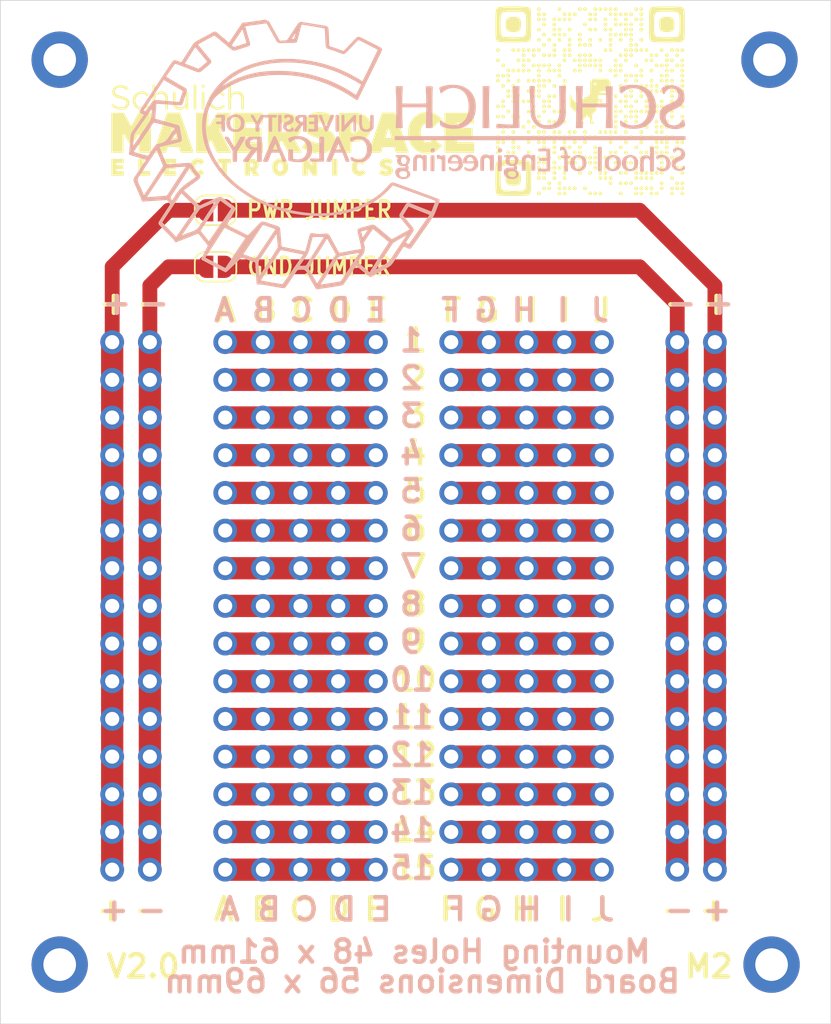
<source format=kicad_pcb>
(kicad_pcb (version 20240108) (generator "pcbnew") (generator_version "8.0")
  (layers (0 "F.Cu" signal) (31 "B.Cu" signal) (34 "B.Paste" user) (35 "F.Paste" user) (36 "B.SilkS" user "B.Silkscreen") (37 "F.SilkS" user "F.Silkscreen") (38 "B.Mask" user) (39 "F.Mask" user) (44 "Edge.Cuts" user))
  (net 0 "")
  (footprint "SparkFun-Connector:1x01" (layer "F.Cu") (at 142.24 83.82)
    (property "Reference" "Ref**60" (hide yes))
    (property "Value" "Val**" (hide yes))
  )
  (footprint "SparkFun-Connector:1x01" (layer "F.Cu") (at 139.7 78.74)
    (property "Reference" "Ref**49" (hide yes))
    (property "Value" "Val**" (hide yes))
  )
  (footprint "SparkFun-Connector:1x01" (layer "F.Cu") (at 160.02 66.04)
    (property "Reference" "Ref**26" (hide yes))
    (property "Value" "Val**" (hide yes))
  )
  (footprint "SparkFun-Connector:1x01" (layer "F.Cu") (at 144.78 78.74)
    (property "Reference" "Ref**51" (hide yes))
    (property "Value" "Val**" (hide yes))
  )
  (footprint "SparkFun-Connector:1x01" (layer "F.Cu") (at 129.54 86.36)
    (property "Reference" "Ref**20" (hide yes))
    (property "Value" "Val**" (hide yes))
  )
  (footprint "SparkFun-Connector:1x01" (layer "F.Cu") (at 162.56 91.44)
    (property "Reference" "Ref**77" (hide yes))
    (property "Value" "Val**" (hide yes))
  )
  (footprint "SparkFun-Connector:1x01" (layer "F.Cu") (at 144.78 86.36)
    (property "Reference" "Ref**66" (hide yes))
    (property "Value" "Val**" (hide yes))
  )
  (footprint "SparkFun-Connector:1x01" (layer "F.Cu") (at 142.24 73.66)
    (property "Reference" "Ref**40" (hide yes))
    (property "Value" "Val**" (hide yes))
  )
  (footprint "SparkFun-Connector:1x01" (layer "F.Cu") (at 147.32 101.6)
    (property "Reference" "Ref**97" (hide yes))
    (property "Value" "Val**" (hide yes))
  )
  (footprint "SparkFun-Connector:1x01" (layer "F.Cu") (at 170.18 91.44)
    (property "Reference" "Ref**19" (hide yes))
    (property "Value" "Val**" (hide yes))
  )
  (footprint "SparkFun-Connector:1x01" (layer "F.Cu") (at 160.02 76.2)
    (property "Reference" "Ref**46" (hide yes))
    (property "Value" "Val**" (hide yes))
  )
  (footprint "SparkFun-Connector:1x01" (layer "F.Cu") (at 167.64 101.6)
    (property "Reference" "Ref**22" (hide yes))
    (property "Value" "Val**" (hide yes))
  )
  (footprint "SparkFun-Connector:1x01" (layer "F.Cu") (at 137.16 78.74)
    (property "Reference" "Ref**48" (hide yes))
    (property "Value" "Val**" (hide yes))
  )
  (footprint "SparkFun-Connector:1x01" (layer "F.Cu") (at 154.94 68.58)
    (property "Reference" "Ref**29" (hide yes))
    (property "Value" "Val**" (hide yes))
  )
  (footprint "SparkFun-Connector:1x01" (layer "F.Cu") (at 170.18 73.66)
    (property "Reference" "Ref**11" (hide yes))
    (property "Value" "Val**" (hide yes))
  )
  (footprint "SparkFun-Connector:1x01" (layer "F.Cu") (at 144.78 68.58)
    (property "Reference" "Ref**31" (hide yes))
    (property "Value" "Val**" (hide yes))
  )
  (footprint "SparkFun-Connector:1x01" (layer "F.Cu") (at 144.78 73.66)
    (property "Reference" "Ref**41" (hide yes))
    (property "Value" "Val**" (hide yes))
  )
  (footprint "Makerspace_Decals:QR_Code_Silk_Screen_13mm" (layer "F.Cu") (at 161.8 49.8)
    (property "Reference" "G***" (hide yes))
    (property "Value" "LOGO" (hide yes))
  )
  (footprint "SparkFun-Connector:1x01" (layer "F.Cu") (at 162.56 71.12)
    (property "Reference" "Ref**37" (hide yes))
    (property "Value" "Val**" (hide yes))
  )
  (footprint "SparkFun-Connector:1x01" (layer "F.Cu") (at 137.16 76.2)
    (property "Reference" "Ref**43" (hide yes))
    (property "Value" "Val**" (hide yes))
  )
  (footprint "SparkFun-Connector:1x01" (layer "F.Cu") (at 162.56 86.36)
    (property "Reference" "Ref**67" (hide yes))
    (property "Value" "Val**" (hide yes))
  )
  (footprint "SparkFun-Connector:1x01" (layer "F.Cu") (at 139.7 99.06)
    (property "Reference" "Ref**89" (hide yes))
    (property "Value" "Val**" (hide yes))
  )
  (footprint "SparkFun-Connector:1x01" (layer "F.Cu") (at 147.32 73.66)
    (property "Reference" "Ref**42" (hide yes))
    (property "Value" "Val**" (hide yes))
  )
  (footprint "SparkFun-Connector:1x01" (layer "F.Cu") (at 157.48 88.9)
    (property "Reference" "Ref**70" (hide yes))
    (property "Value" "Val**" (hide yes))
  )
  (footprint "SparkFun-Connector:1x01" (layer "F.Cu") (at 144.78 76.2)
    (property "Reference" "Ref**46" (hide yes))
    (property "Value" "Val**" (hide yes))
  )
  (footprint "SparkFun-Connector:1x01" (layer "F.Cu") (at 139.7 96.52)
    (property "Reference" "Ref**84" (hide yes))
    (property "Value" "Val**" (hide yes))
  )
  (footprint "SparkFun-Connector:1x01" (layer "F.Cu") (at 162.56 83.82)
    (property "Reference" "Ref**62" (hide yes))
    (property "Value" "Val**" (hide yes))
  )
  (footprint "SparkFun-Connector:1x01" (layer "F.Cu") (at 152.4 83.82)
    (property "Reference" "Ref**58" (hide yes))
    (property "Value" "Val**" (hide yes))
  )
  (footprint "SparkFun-Connector:1x01" (layer "F.Cu") (at 142.24 91.44)
    (property "Reference" "Ref**75" (hide yes))
    (property "Value" "Val**" (hide yes))
  )
  (footprint "SparkFun-Connector:1x01" (layer "F.Cu") (at 170.18 76.2)
    (property "Reference" "Ref**13" (hide yes))
    (property "Value" "Val**" (hide yes))
  )
  (footprint "SparkFun-Connector:1x01" (layer "F.Cu") (at 152.4 81.28)
    (property "Reference" "Ref**53" (hide yes))
    (property "Value" "Val**" (hide yes))
  )
  (footprint "SparkFun-Connector:1x01" (layer "F.Cu") (at 142.24 96.52)
    (property "Reference" "Ref**85" (hide yes))
    (property "Value" "Val**" (hide yes))
  )
  (footprint "SparkFun-Connector:1x01" (layer "F.Cu") (at 160.02 99.06)
    (property "Reference" "Ref**91" (hide yes))
    (property "Value" "Val**" (hide yes))
  )
  (footprint "SparkFun-Connector:1x01" (layer "F.Cu") (at 152.4 91.44)
    (property "Reference" "Ref**73" (hide yes))
    (property "Value" "Val**" (hide yes))
  )
  (footprint "SparkFun-Connector:1x01" (layer "F.Cu") (at 132.08 66.04)
    (property "Reference" "Ref**5" (hide yes))
    (property "Value" "Val**" (hide yes))
  )
  (footprint "SparkFun-Connector:1x01" (layer "F.Cu") (at 147.32 96.52)
    (property "Reference" "Ref**87" (hide yes))
    (property "Value" "Val**" (hide yes))
  )
  (footprint "SparkFun-Connector:1x01" (layer "F.Cu") (at 154.94 73.66)
    (property "Reference" "Ref**39" (hide yes))
    (property "Value" "Val**" (hide yes))
  )
  (footprint "MountingHole:MountingHole_2.2mm_M2_DIN965_Pad_TopBottom" (layer "F.Cu") (at 173.86 47)
    (property "Reference" "REF**" (hide yes))
    (property "Value" "MountingHole_2.2mm_M2_DIN965_Pad_TopBottom" (hide yes))
  )
  (footprint "SparkFun-Connector:1x01" (layer "F.Cu") (at 132.08 78.74)
    (property "Reference" "Ref**15" (hide yes))
    (property "Value" "Val**" (hide yes))
  )
  (footprint "SparkFun-Connector:1x01" (layer "F.Cu") (at 132.08 81.28)
    (property "Reference" "Ref**17" (hide yes))
    (property "Value" "Val**" (hide yes))
  )
  (footprint "SparkFun-Connector:1x01" (layer "F.Cu") (at 142.24 101.6)
    (property "Reference" "Ref**95" (hide yes))
    (property "Value" "Val**" (hide yes))
  )
  (footprint "SparkFun-Connector:1x01" (layer "F.Cu") (at 154.94 81.28)
    (property "Reference" "Ref**54" (hide yes))
    (property "Value" "Val**" (hide yes))
  )
  (footprint "SparkFun-Connector:1x01" (layer "F.Cu") (at 167.64 99.06)
    (property "Reference" "Ref**20" (hide yes))
    (property "Value" "Val**" (hide yes))
  )
  (footprint "SparkFun-Connector:1x01" (layer "F.Cu") (at 142.24 81.28)
    (property "Reference" "Ref**55" (hide yes))
    (property "Value" "Val**" (hide yes))
  )
  (footprint "SparkFun-Connector:1x01" (layer "F.Cu") (at 139.7 93.98)
    (property "Reference" "Ref**79" (hide yes))
    (property "Value" "Val**" (hide yes))
  )
  (footprint "SparkFun-Connector:1x01" (layer "F.Cu") (at 167.64 93.98)
    (property "Reference" "Ref**20" (hide yes))
    (property "Value" "Val**" (hide yes))
  )
  (footprint "SparkFun-Connector:1x01" (layer "F.Cu") (at 157.48 78.74)
    (property "Reference" "Ref**50" (hide yes))
    (property "Value" "Val**" (hide yes))
  )
  (footprint "SparkFun-Connector:1x01" (layer "F.Cu") (at 152.4 99.06)
    (property "Reference" "Ref**88" (hide yes))
    (property "Value" "Val**" (hide yes))
  )
  (footprint "SparkFun-Connector:1x01" (layer "F.Cu") (at 154.94 93.98)
    (property "Reference" "Ref**79" (hide yes))
    (property "Value" "Val**" (hide yes))
  )
  (footprint "SparkFun-Connector:1x01" (layer "F.Cu") (at 132.08 91.44)
    (property "Reference" "Ref**19" (hide yes))
    (property "Value" "Val**" (hide yes))
  )
  (footprint "SparkFun-Connector:1x01" (layer "F.Cu") (at 162.56 88.9)
    (property "Reference" "Ref**72" (hide yes))
    (property "Value" "Val**" (hide yes))
  )
  (footprint "SparkFun-Connector:1x01" (layer "F.Cu") (at 157.48 81.28)
    (property "Reference" "Ref**55" (hide yes))
    (property "Value" "Val**" (hide yes))
  )
  (footprint "SparkFun-Connector:1x01" (layer "F.Cu") (at 139.7 81.28)
    (property "Reference" "Ref**54" (hide yes))
    (property "Value" "Val**" (hide yes))
  )
  (footprint "SparkFun-Connector:1x01" (layer "F.Cu") (at 129.54 81.28)
    (property "Reference" "Ref**16" (hide yes))
    (property "Value" "Val**" (hide yes))
  )
  (footprint "SparkFun-Connector:1x01" (layer "F.Cu") (at 167.64 91.44)
    (property "Reference" "Ref**18" (hide yes))
    (property "Value" "Val**" (hide yes))
  )
  (footprint "SparkFun-Connector:1x01" (layer "F.Cu") (at 167.64 76.2)
    (property "Reference" "Ref**12" (hide yes))
    (property "Value" "Val**" (hide yes))
  )
  (footprint "SparkFun-Connector:1x01" (layer "F.Cu") (at 132.08 83.82)
    (property "Reference" "Ref**19" (hide yes))
    (property "Value" "Val**" (hide yes))
  )
  (footprint "SparkFun-Connector:1x01" (layer "F.Cu") (at 167.64 86.36)
    (property "Reference" "Ref**20" (hide yes))
    (property "Value" "Val**" (hide yes))
  )
  (footprint "SparkFun-Connector:1x01" (layer "F.Cu") (at 139.7 76.2)
    (property "Reference" "Ref**44" (hide yes))
    (property "Value" "Val**" (hide yes))
  )
  (footprint "SparkFun-Connector:1x01" (layer "F.Cu") (at 129.54 76.2)
    (property "Reference" "Ref**12" (hide yes))
    (property "Value" "Val**" (hide yes))
  )
  (footprint "SparkFun-Connector:1x01" (layer "F.Cu") (at 144.78 93.98)
    (property "Reference" "Ref**81" (hide yes))
    (property "Value" "Val**" (hide yes))
  )
  (footprint "SparkFun-Connector:1x01" (layer "F.Cu") (at 147.32 93.98)
    (property "Reference" "Ref**82" (hide yes))
    (property "Value" "Val**" (hide yes))
  )
  (footprint "SparkFun-Connector:1x01" (layer "F.Cu") (at 147.32 66.04)
    (property "Reference" "Ref**27" (hide yes))
    (property "Value" "Val**" (hide yes))
  )
  (footprint "MountingHole:MountingHole_2.2mm_M2_DIN965_Pad_TopBottom" (layer "F.Cu") (at 126 47)
    (property "Reference" "REF**" (hide yes))
    (property "Value" "MountingHole_2.2mm_M2_DIN965_Pad_TopBottom" (hide yes))
  )
  (footprint "SparkFun-Connector:1x01" (layer "F.Cu") (at 129.54 88.9)
    (property "Reference" "Ref**22" (hide yes))
    (property "Value" "Val**" (hide yes))
  )
  (footprint "SparkFun-Connector:1x01" (layer "F.Cu") (at 157.48 93.98)
    (property "Reference" "Ref**80" (hide yes))
    (property "Value" "Val**" (hide yes))
  )
  (footprint "SparkFun-Connector:1x01" (layer "F.Cu") (at 147.32 76.2)
    (property "Reference" "Ref**47" (hide yes))
    (property "Value" "Val**" (hide yes))
  )
  (footprint "Jumper:SolderJumper-2_P1.3mm_Open_RoundedPad1.0x1.5mm" (layer "F.Cu") (at 136.51 60.96)
    (property "Reference" "GND JUMPER")
    (property "Value" "SolderJumper-2_P1.3mm_Open_RoundedPad1.0x1.5mm" (hide yes))
  )
  (footprint "SparkFun-Connector:1x01" (layer "F.Cu") (at 152.4 76.2)
    (property "Reference" "Ref**43" (hide yes))
    (property "Value" "Val**" (hide yes))
  )
  (footprint "SparkFun-Connector:1x01" (layer "F.Cu") (at 154.94 96.52)
    (property "Reference" "Ref**84" (hide yes))
    (property "Value" "Val**" (hide yes))
  )
  (footprint "SparkFun-Connector:1x01" (layer "F.Cu") (at 154.94 86.36)
    (property "Reference" "Ref**64" (hide yes))
    (property "Value" "Val**" (hide yes))
  )
  (footprint "SparkFun-Connector:1x01" (layer "F.Cu") (at 147.32 86.36)
    (property "Reference" "Ref**67" (hide yes))
    (property "Value" "Val**" (hide yes))
  )
  (footprint "SparkFun-Connector:1x01" (layer "F.Cu") (at 144.78 66.04)
    (property "Reference" "Ref**26" (hide yes))
    (property "Value" "Val**" (hide yes))
  )
  (footprint "SparkFun-Connector:1x01" (layer "F.Cu") (at 129.54 96.52)
    (property "Reference" "Ref**22" (hide yes))
    (property "Value" "Val**" (hide yes))
  )
  (footprint "SparkFun-Connector:1x01" (layer "F.Cu") (at 139.7 101.6)
    (property "Reference" "Ref**94" (hide yes))
    (property "Value" "Val**" (hide yes))
  )
  (footprint "SparkFun-Connector:1x01" (layer "F.Cu") (at 167.64 66.04)
    (property "Reference" "Ref**4" (hide yes))
    (property "Value" "Val**" (hide yes))
  )
  (footprint "SparkFun-Connector:1x01" (layer "F.Cu") (at 144.78 81.28)
    (property "Reference" "Ref**56" (hide yes))
    (property "Value" "Val**" (hide yes))
  )
  (footprint "SparkFun-Connector:1x01" (layer "F.Cu") (at 167.64 96.52)
    (property "Reference" "Ref**22" (hide yes))
    (property "Value" "Val**" (hide yes))
  )
  (footprint "SparkFun-Connector:1x01" (layer "F.Cu") (at 137.16 73.66)
    (property "Reference" "Ref**38" (hide yes))
    (property "Value" "Val**" (hide yes))
  )
  (footprint "SparkFun-Connector:1x01" (layer "F.Cu") (at 129.54 93.98)
    (property "Reference" "Ref**20" (hide yes))
    (property "Value" "Val**" (hide yes))
  )
  (footprint "SparkFun-Connector:1x01" (layer "F.Cu") (at 132.08 99.06)
    (property "Reference" "Ref**21" (hide yes))
    (property "Value" "Val**" (hide yes))
  )
  (footprint "SparkFun-Connector:1x01" (layer "F.Cu") (at 144.78 91.44)
    (property "Reference" "Ref**76" (hide yes))
    (property "Value" "Val**" (hide yes))
  )
  (footprint "SparkFun-Connector:1x01" (layer "F.Cu") (at 132.08 68.58)
    (property "Reference" "Ref**7" (hide yes))
    (property "Value" "Val**" (hide yes))
  )
  (footprint "SparkFun-Connector:1x01" (layer "F.Cu") (at 154.94 101.6)
    (property "Reference" "Ref**94" (hide yes))
    (property "Value" "Val**" (hide yes))
  )
  (footprint "SparkFun-Connector:1x01" (layer "F.Cu") (at 144.78 83.82)
    (property "Reference" "Ref**61" (hide yes))
    (property "Value" "Val**" (hide yes))
  )
  (footprint "SparkFun-Connector:1x01" (layer "F.Cu") (at 170.18 101.6)
    (property "Reference" "Ref**23" (hide yes))
    (property "Value" "Val**" (hide yes))
  )
  (footprint "SparkFun-Connector:1x01" (layer "F.Cu") (at 170.18 83.82)
    (property "Reference" "Ref**19" (hide yes))
    (property "Value" "Val**" (hide yes))
  )
  (footprint "SparkFun-Connector:1x01" (layer "F.Cu") (at 157.48 96.52)
    (property "Reference" "Ref**85" (hide yes))
    (property "Value" "Val**" (hide yes))
  )
  (footprint "Makerspace_Decals:Makerspace_Logo_25_x_7mm" (layer "F.Cu") (at 141.86 51.84)
    (property "Reference" "G***" (hide yes))
    (property "Value" "LOGO" (hide yes))
  )
  (footprint "SparkFun-Connector:1x01" (layer "F.Cu") (at 132.08 93.98)
    (property "Reference" "Ref**21" (hide yes))
    (property "Value" "Val**" (hide yes))
  )
  (footprint "SparkFun-Connector:1x01" (layer "F.Cu") (at 129.54 91.44)
    (property "Reference" "Ref**18" (hide yes))
    (property "Value" "Val**" (hide yes))
  )
  (footprint "MountingHole:MountingHole_2.2mm_M2_DIN965_Pad_TopBottom" (layer "F.Cu") (at 174 108)
    (property "Reference" "REF**" (hide yes))
    (property "Value" "MountingHole_2.2mm_M2_DIN965_Pad_TopBottom" (hide yes))
  )
  (footprint "SparkFun-Connector:1x01" (layer "F.Cu") (at 154.94 88.9)
    (property "Reference" "Ref**69" (hide yes))
    (property "Value" "Val**" (hide yes))
  )
  (footprint "SparkFun-Connector:1x01" (layer "F.Cu") (at 170.18 93.98)
    (property "Reference" "Ref**21" (hide yes))
    (property "Value" "Val**" (hide yes))
  )
  (footprint "SparkFun-Connector:1x01" (layer "F.Cu") (at 137.16 99.06)
    (property "Reference" "Ref**88" (hide yes))
    (property "Value" "Val**" (hide yes))
  )
  (footprint "SparkFun-Connector:1x01" (layer "F.Cu") (at 170.18 96.52)
    (property "Reference" "Ref**23" (hide yes))
    (property "Value" "Val**" (hide yes))
  )
  (footprint "SparkFun-Connector:1x01" (layer "F.Cu") (at 162.56 93.98)
    (property "Reference" "Ref**82" (hide yes))
    (property "Value" "Val**" (hide yes))
  )
  (footprint "SparkFun-Connector:1x01" (layer "F.Cu") (at 167.64 78.74)
    (property "Reference" "Ref**14" (hide yes))
    (property "Value" "Val**" (hide yes))
  )
  (footprint "SparkFun-Connector:1x01" (layer "F.Cu") (at 129.54 73.66)
    (property "Reference" "Ref**10" (hide yes))
    (property "Value" "Val**" (hide yes))
  )
  (footprint "SparkFun-Connector:1x01" (layer "F.Cu") (at 162.56 96.52)
    (property "Reference" "Ref**87" (hide yes))
    (property "Value" "Val**" (hide yes))
  )
  (footprint "SparkFun-Connector:1x01" (layer "F.Cu") (at 157.48 91.44)
    (property "Reference" "Ref**75" (hide yes))
    (property "Value" "Val**" (hide yes))
  )
  (footprint "SparkFun-Connector:1x01" (layer "F.Cu") (at 139.7 66.04)
    (property "Reference" "Ref**24" (hide yes))
    (property "Value" "Val**" (hide yes))
  )
  (footprint "SparkFun-Connector:1x01" (layer "F.Cu") (at 157.48 101.6)
    (property "Reference" "Ref**95" (hide yes))
    (property "Value" "Val**" (hide yes))
  )
  (footprint "SparkFun-Connector:1x01" (layer "F.Cu") (at 162.56 73.66)
    (property "Reference" "Ref**42" (hide yes))
    (property "Value" "Val**" (hide yes))
  )
  (footprint "SparkFun-Connector:1x01" (layer "F.Cu") (at 170.18 86.36)
    (property "Reference" "Ref**21" (hide yes))
    (property "Value" "Val**" (hide yes))
  )
  (footprint "SparkFun-Connector:1x01" (layer "F.Cu") (at 167.64 68.58)
    (property "Reference" "Ref**6" (hide yes))
    (property "Value" "Val**" (hide yes))
  )
  (footprint "SparkFun-Connector:1x01" (layer "F.Cu") (at 147.32 91.44)
    (property "Reference" "Ref**77" (hide yes))
    (property "Value" "Val**" (hide yes))
  )
  (footprint "SparkFun-Connector:1x01" (layer "F.Cu") (at 142.24 78.74)
    (property "Reference" "Ref**50" (hide yes))
    (property "Value" "Val**" (hide yes))
  )
  (footprint "SparkFun-Connector:1x01" (layer "F.Cu") (at 162.56 99.06)
    (property "Reference" "Ref**92" (hide yes))
    (property "Value" "Val**" (hide yes))
  )
  (footprint "SparkFun-Connector:1x01" (layer "F.Cu") (at 144.78 99.06)
    (property "Reference" "Ref**91" (hide yes))
    (property "Value" "Val**" (hide yes))
  )
  (footprint "SparkFun-Connector:1x01" (layer "F.Cu") (at 162.56 81.28)
    (property "Reference" "Ref**57" (hide yes))
    (property "Value" "Val**" (hide yes))
  )
  (footprint "SparkFun-Connector:1x01" (layer "F.Cu") (at 167.64 71.12)
    (property "Reference" "Ref**8" (hide yes))
    (property "Value" "Val**" (hide yes))
  )
  (footprint "SparkFun-Connector:1x01" (layer "F.Cu") (at 137.16 71.12)
    (property "Reference" "Ref**33" (hide yes))
    (property "Value" "Val**" (hide yes))
  )
  (footprint "SparkFun-Connector:1x01" (layer "F.Cu") (at 152.4 88.9)
    (property "Reference" "Ref**68" (hide yes))
    (property "Value" "Val**" (hide yes))
  )
  (footprint "SparkFun-Connector:1x01" (layer "F.Cu") (at 170.18 99.06)
    (property "Reference" "Ref**21" (hide yes))
    (property "Value" "Val**" (hide yes))
  )
  (footprint "SparkFun-Connector:1x01" (layer "F.Cu") (at 147.32 71.12)
    (property "Reference" "Ref**37" (hide yes))
    (property "Value" "Val**" (hide yes))
  )
  (footprint "SparkFun-Connector:1x01" (layer "F.Cu") (at 152.4 68.58)
    (property "Reference" "Ref**28" (hide yes))
    (property "Value" "Val**" (hide yes))
  )
  (footprint "SparkFun-Connector:1x01" (layer "F.Cu") (at 152.4 78.74)
    (property "Reference" "Ref**48" (hide yes))
    (property "Value" "Val**" (hide yes))
  )
  (footprint "SparkFun-Connector:1x01" (layer "F.Cu") (at 142.24 68.58)
    (property "Reference" "Ref**30" (hide yes))
    (property "Value" "Val**" (hide yes))
  )
  (footprint "SparkFun-Connector:1x01" (layer "F.Cu") (at 139.7 88.9)
    (property "Reference" "Ref**69" (hide yes))
    (property "Value" "Val**" (hide yes))
  )
  (footprint "SparkFun-Connector:1x01" (layer "F.Cu") (at 157.48 83.82)
    (property "Reference" "Ref**60" (hide yes))
    (property "Value" "Val**" (hide yes))
  )
  (footprint "SparkFun-Connector:1x01" (layer "F.Cu") (at 137.16 93.98)
    (property "Reference" "Ref**78" (hide yes))
    (property "Value" "Val**" (hide yes))
  )
  (footprint "SparkFun-Connector:1x01" (layer "F.Cu") (at 157.48 73.66)
    (property "Reference" "Ref**40" (hide yes))
    (property "Value" "Val**" (hide yes))
  )
  (footprint "SparkFun-Connector:1x01" (layer "F.Cu") (at 137.16 96.52)
    (property "Reference" "Ref**83" (hide yes))
    (property "Value" "Val**" (hide yes))
  )
  (footprint "SparkFun-Connector:1x01" (layer "F.Cu") (at 132.08 76.2)
    (property "Reference" "Ref**13" (hide yes))
    (property "Value" "Val**" (hide yes))
  )
  (footprint "SparkFun-Connector:1x01" (layer "F.Cu") (at 137.16 81.28)
    (property "Reference" "Ref**53" (hide yes))
    (property "Value" "Val**" (hide yes))
  )
  (footprint "SparkFun-Connector:1x01" (layer "F.Cu") (at 142.24 93.98)
    (property "Reference" "Ref**80" (hide yes))
    (property "Value" "Val**" (hide yes))
  )
  (footprint "SparkFun-Connector:1x01" (layer "F.Cu") (at 160.02 96.52)
    (property "Reference" "Ref**86" (hide yes))
    (property "Value" "Val**" (hide yes))
  )
  (footprint "SparkFun-Connector:1x01" (layer "F.Cu") (at 160.02 68.58)
    (property "Reference" "Ref**31" (hide yes))
    (property "Value" "Val**" (hide yes))
  )
  (footprint "SparkFun-Connector:1x01" (layer "F.Cu") (at 154.94 78.74)
    (property "Reference" "Ref**49" (hide yes))
    (property "Value" "Val**" (hide yes))
  )
  (footprint "SparkFun-Connector:1x01" (layer "F.Cu") (at 147.32 99.06)
    (property "Reference" "Ref**92" (hide yes))
    (property "Value" "Val**" (hide yes))
  )
  (footprint "SparkFun-Connector:1x01" (layer "F.Cu") (at 157.48 86.36)
    (property "Reference" "Ref**65" (hide yes))
    (property "Value" "Val**" (hide yes))
  )
  (footprint "SparkFun-Connector:1x01" (layer "F.Cu") (at 132.08 71.12)
    (property "Reference" "Ref**9" (hide yes))
    (property "Value" "Val**" (hide yes))
  )
  (footprint "SparkFun-Connector:1x01" (layer "F.Cu") (at 160.02 73.66)
    (property "Reference" "Ref**41" (hide yes))
    (property "Value" "Val**" (hide yes))
  )
  (footprint "SparkFun-Connector:1x01" (layer "F.Cu") (at 154.94 66.04)
    (property "Reference" "Ref**24" (hide yes))
    (property "Value" "Val**" (hide yes))
  )
  (footprint "SparkFun-Connector:1x01" (layer "F.Cu") (at 162.56 76.2)
    (property "Reference" "Ref**47" (hide yes))
    (property "Value" "Val**" (hide yes))
  )
  (footprint "SparkFun-Connector:1x01" (layer "F.Cu") (at 162.56 68.58)
    (property "Reference" "Ref**32" (hide yes))
    (property "Value" "Val**" (hide yes))
  )
  (footprint "SparkFun-Connector:1x01" (layer "F.Cu") (at 154.94 91.44)
    (property "Reference" "Ref**74" (hide yes))
    (property "Value" "Val**" (hide yes))
  )
  (footprint "SparkFun-Connector:1x01" (layer "F.Cu") (at 170.18 68.58)
    (property "Reference" "Ref**7" (hide yes))
    (property "Value" "Val**" (hide yes))
  )
  (footprint "SparkFun-Connector:1x01" (layer "F.Cu") (at 142.24 86.36)
    (property "Reference" "Ref**65" (hide yes))
    (property "Value" "Val**" (hide yes))
  )
  (footprint "SparkFun-Connector:1x01" (layer "F.Cu") (at 160.02 88.9)
    (property "Reference" "Ref**71" (hide yes))
    (property "Value" "Val**" (hide yes))
  )
  (footprint "SparkFun-Connector:1x01" (layer "F.Cu") (at 142.24 66.04)
    (property "Reference" "Ref**25" (hide yes))
    (property "Value" "Val**" (hide yes))
  )
  (footprint "SparkFun-Connector:1x01" (layer "F.Cu") (at 160.02 101.6)
    (property "Reference" "Ref**96" (hide yes))
    (property "Value" "Val**" (hide yes))
  )
  (footprint "SparkFun-Connector:1x01" (layer "F.Cu") (at 157.48 76.2)
    (property "Reference" "Ref**45" (hide yes))
    (property "Value" "Val**" (hide yes))
  )
  (footprint "SparkFun-Connector:1x01" (layer "F.Cu") (at 167.64 83.82)
    (property "Reference" "Ref**18" (hide yes))
    (property "Value" "Val**" (hide yes))
  )
  (footprint "SparkFun-Connector:1x01" (layer "F.Cu") (at 152.4 96.52)
    (property "Reference" "Ref**83" (hide yes))
    (property "Value" "Val**" (hide yes))
  )
  (footprint "SparkFun-Connector:1x01" (layer "F.Cu") (at 152.4 93.98)
    (property "Reference" "Ref**78" (hide yes))
    (property "Value" "Val**" (hide yes))
  )
  (footprint "SparkFun-Connector:1x01" (layer "F.Cu") (at 139.7 68.58)
    (property "Reference" "Ref**29" (hide yes))
    (property "Value" "Val**" (hide yes))
  )
  (footprint "SparkFun-Connector:1x01" (layer "F.Cu") (at 154.94 99.06)
    (property "Reference" "Ref**89" (hide yes))
    (property "Value" "Val**" (hide yes))
  )
  (footprint "SparkFun-Connector:1x01" (layer "F.Cu") (at 139.7 73.66)
    (property "Reference" "Ref**39" (hide yes))
    (property "Value" "Val**" (hide yes))
  )
  (footprint "SparkFun-Connector:1x01" (layer "F.Cu") (at 132.08 88.9)
    (property "Reference" "Ref**23" (hide yes))
    (property "Value" "Val**" (hide yes))
  )
  (footprint "SparkFun-Connector:1x01" (layer "F.Cu") (at 147.32 83.82)
    (property "Reference" "Ref**62" (hide yes))
    (property "Value" "Val**" (hide yes))
  )
  (footprint "SparkFun-Connector:1x01" (layer "F.Cu") (at 144.78 71.12)
    (property "Reference" "Ref**36" (hide yes))
    (property "Value" "Val**" (hide yes))
  )
  (footprint "SparkFun-Connector:1x01" (layer "F.Cu") (at 152.4 71.12)
    (property "Reference" "Ref**33" (hide yes))
    (property "Value" "Val**" (hide yes))
  )
  (footprint "SparkFun-Connector:1x01" (layer "F.Cu") (at 129.54 101.6)
    (property "Reference" "Ref**22" (hide yes))
    (property "Value" "Val**" (hide yes))
  )
  (footprint "SparkFun-Connector:1x01" (layer "F.Cu") (at 154.94 71.12)
    (property "Reference" "Ref**34" (hide yes))
    (property "Value" "Val**" (hide yes))
  )
  (footprint "SparkFun-Connector:1x01" (layer "F.Cu") (at 160.02 91.44)
    (property "Reference" "Ref**76" (hide yes))
    (property "Value" "Val**" (hide yes))
  )
  (footprint "SparkFun-Connector:1x01" (layer "F.Cu") (at 170.18 66.04)
    (property "Reference" "Ref**5" (hide yes))
    (property "Value" "Val**" (hide yes))
  )
  (footprint "SparkFun-Connector:1x01" (layer "F.Cu") (at 129.54 99.06)
    (property "Reference" "Ref**20" (hide yes))
    (property "Value" "Val**" (hide yes))
  )
  (footprint "SparkFun-Connector:1x01" (layer "F.Cu") (at 152.4 73.66)
    (property "Reference" "Ref**38" (hide yes))
    (property "Value" "Val**" (hide yes))
  )
  (footprint "SparkFun-Connector:1x01" (layer "F.Cu") (at 139.7 91.44)
    (property "Reference" "Ref**74" (hide yes))
    (property "Value" "Val**" (hide yes))
  )
  (footprint "SparkFun-Connector:1x01" (layer "F.Cu") (at 137.16 101.6)
    (property "Reference" "Ref**93" (hide yes))
    (property "Value" "Val**" (hide yes))
  )
  (footprint "SparkFun-Connector:1x01" (layer "F.Cu") (at 137.16 91.44)
    (property "Reference" "Ref**73" (hide yes))
    (property "Value" "Val**" (hide yes))
  )
  (footprint "SparkFun-Connector:1x01" (layer "F.Cu") (at 139.7 86.36)
    (property "Reference" "Ref**64" (hide yes))
    (property "Value" "Val**" (hide yes))
  )
  (footprint "SparkFun-Connector:1x01" (layer "F.Cu") (at 137.16 83.82)
    (property "Reference" "Ref**58" (hide yes))
    (property "Value" "Val**" (hide yes))
  )
  (footprint "SparkFun-Connector:1x01" (layer "F.Cu") (at 157.48 71.12)
    (property "Reference" "Ref**35" (hide yes))
    (property "Value" "Val**" (hide yes))
  )
  (footprint "SparkFun-Connector:1x01" (layer "F.Cu") (at 144.78 101.6)
    (property "Reference" "Ref**96" (hide yes))
    (property "Value" "Val**" (hide yes))
  )
  (footprint "SparkFun-Connector:1x01" (layer "F.Cu") (at 162.56 101.6)
    (property "Reference" "Ref**97" (hide yes))
    (property "Value" "Val**" (hide yes))
  )
  (footprint "SparkFun-Connector:1x01" (layer "F.Cu") (at 137.16 68.58)
    (property "Reference" "Ref**28" (hide yes))
    (property "Value" "Val**" (hide yes))
  )
  (footprint "SparkFun-Connector:1x01" (layer "F.Cu") (at 157.48 66.04)
    (property "Reference" "Ref**25" (hide yes))
    (property "Value" "Val**" (hide yes))
  )
  (footprint "SparkFun-Connector:1x01" (layer "F.Cu") (at 167.64 88.9)
    (property "Reference" "Ref**22" (hide yes))
    (property "Value" "Val**" (hide yes))
  )
  (footprint "SparkFun-Connector:1x01" (layer "F.Cu") (at 132.08 73.66)
    (property "Reference" "Ref**11" (hide yes))
    (property "Value" "Val**" (hide yes))
  )
  (footprint "SparkFun-Connector:1x01" (layer "F.Cu") (at 147.32 78.74)
    (property "Reference" "Ref**52" (hide yes))
    (property "Value" "Val**" (hide yes))
  )
  (footprint "SparkFun-Connector:1x01" (layer "F.Cu") (at 129.54 68.58)
    (property "Reference" "Ref**6" (hide yes))
    (property "Value" "Val**" (hide yes))
  )
  (footprint "SparkFun-Connector:1x01" (layer "F.Cu") (at 167.64 81.28)
    (property "Reference" "Ref**16" (hide yes))
    (property "Value" "Val**" (hide yes))
  )
  (footprint "SparkFun-Connector:1x01" (layer "F.Cu") (at 160.02 83.82)
    (property "Reference" "Ref**61" (hide yes))
    (property "Value" "Val**" (hide yes))
  )
  (footprint "SparkFun-Connector:1x01" (layer "F.Cu") (at 147.32 81.28)
    (property "Reference" "Ref**57" (hide yes))
    (property "Value" "Val**" (hide yes))
  )
  (footprint "SparkFun-Connector:1x01" (layer "F.Cu") (at 152.4 86.36)
    (property "Reference" "Ref**63" (hide yes))
    (property "Value" "Val**" (hide yes))
  )
  (footprint "MountingHole:MountingHole_2.2mm_M2_DIN965_Pad_TopBottom" (layer "F.Cu") (at 126 108)
    (property "Reference" "REF**" (hide yes))
    (property "Value" "MountingHole_2.2mm_M2_DIN965_Pad_TopBottom" (hide yes))
  )
  (footprint "SparkFun-Connector:1x01" (layer "F.Cu") (at 160.02 93.98)
    (property "Reference" "Ref**81" (hide yes))
    (property "Value" "Val**" (hide yes))
  )
  (footprint "SparkFun-Connector:1x01" (layer "F.Cu") (at 157.48 99.06)
    (property "Reference" "Ref**90" (hide yes))
    (property "Value" "Val**" (hide yes))
  )
  (footprint "SparkFun-Connector:1x01" (layer "F.Cu") (at 132.08 101.6)
    (property "Reference" "Ref**23" (hide yes))
    (property "Value" "Val**" (hide yes))
  )
  (footprint "SparkFun-Connector:1x01" (layer "F.Cu") (at 170.18 78.74)
    (property "Reference" "Ref**15" (hide yes))
    (property "Value" "Val**" (hide yes))
  )
  (footprint "SparkFun-Connector:1x01" (layer "F.Cu") (at 160.02 86.36)
    (property "Reference" "Ref**66" (hide yes))
    (property "Value" "Val**" (hide yes))
  )
  (footprint "Jumper:SolderJumper-2_P1.3mm_Open_RoundedPad1.0x1.5mm" (layer "F.Cu") (at 136.51 57.15)
    (property "Reference" "PWR JUMPER")
    (property "Value" "SolderJumper-2_P1.3mm_Open_RoundedPad1.0x1.5mm" (hide yes))
  )
  (footprint "SparkFun-Connector:1x01" (layer "F.Cu") (at 154.94 83.82)
    (property "Reference" "Ref**59" (hide yes))
    (property "Value" "Val**" (hide yes))
  )
  (footprint "SparkFun-Connector:1x01" (layer "F.Cu") (at 142.24 76.2)
    (property "Reference" "Ref**45" (hide yes))
    (property "Value" "Val**" (hide yes))
  )
  (footprint "SparkFun-Connector:1x01" (layer "F.Cu") (at 147.32 68.58)
    (property "Reference" "Ref**32" (hide yes))
    (property "Value" "Val**" (hide yes))
  )
  (footprint "SparkFun-Connector:1x01" (layer "F.Cu") (at 132.08 86.36)
    (property "Reference" "Ref**21" (hide yes))
    (property "Value" "Val**" (hide yes))
  )
  (footprint "SparkFun-Connector:1x01" (layer "F.Cu") (at 139.7 83.82)
    (property "Reference" "Ref**59" (hide yes))
    (property "Value" "Val**" (hide yes))
  )
  (footprint "SparkFun-Connector:1x01" (layer "F.Cu") (at 129.54 83.82)
    (property "Reference" "Ref**18" (hide yes))
    (property "Value" "Val**" (hide yes))
  )
  (footprint "SparkFun-Connector:1x01" (layer "F.Cu") (at 162.56 66.04)
    (property "Reference" "Ref**27" (hide yes))
    (property "Value" "Val**" (hide yes))
  )
  (footprint "SparkFun-Connector:1x01" (layer "F.Cu") (at 167.64 73.66)
    (property "Reference" "Ref**10" (hide yes))
    (property "Value" "Val**" (hide yes))
  )
  (footprint "SparkFun-Connector:1x01" (layer "F.Cu") (at 129.54 71.12)
    (property "Reference" "Ref**8" (hide yes))
    (property "Value" "Val**" (hide yes))
  )
  (footprint "SparkFun-Connector:1x01" (layer "F.Cu") (at 152.4 101.6)
    (property "Reference" "Ref**93" (hide yes))
    (property "Value" "Val**" (hide yes))
  )
  (footprint "SparkFun-Connector:1x01" (layer "F.Cu") (at 157.48 68.58)
    (property "Reference" "Ref**30" (hide yes))
    (property "Value" "Val**" (hide yes))
  )
  (footprint "SparkFun-Connector:1x01" (layer "F.Cu") (at 137.16 86.36)
    (property "Reference" "Ref**63" (hide yes))
    (property "Value" "Val**" (hide yes))
  )
  (footprint "SparkFun-Connector:1x01" (layer "F.Cu") (at 170.18 88.9)
    (property "Reference" "Ref**23" (hide yes))
    (property "Value" "Val**" (hide yes))
  )
  (footprint "SparkFun-Connector:1x01" (layer "F.Cu") (at 160.02 78.74)
    (property "Reference" "Ref**51" (hide yes))
    (property "Value" "Val**" (hide yes))
  )
  (footprint "SparkFun-Connector:1x01" (layer "F.Cu") (at 170.18 81.28)
    (property "Reference" "Ref**17" (hide yes))
    (property "Value" "Val**" (hide yes))
  )
  (footprint "SparkFun-Connector:1x01" (layer "F.Cu") (at 129.54 78.74)
    (property "Reference" "Ref**14" (hide yes))
    (property "Value" "Val**" (hide yes))
  )
  (footprint "SparkFun-Connector:1x01" (layer "F.Cu") (at 152.4 66.04)
    (property "Reference" "Ref**4" (hide yes))
    (property "Value" "Val**" (hide yes))
  )
  (footprint "SparkFun-Connector:1x01" (layer "F.Cu") (at 147.32 88.9)
    (property "Reference" "Ref**72" (hide yes))
    (property "Value" "Val**" (hide yes))
  )
  (footprint "SparkFun-Connector:1x01" (layer "F.Cu") (at 162.56 78.74)
    (property "Reference" "Ref**52" (hide yes))
    (property "Value" "Val**" (hide yes))
  )
  (footprint "SparkFun-Connector:1x01" (layer "F.Cu") (at 129.54 66.04)
    (property "Reference" "Ref**4" (hide yes))
    (property "Value" "Val**" (hide yes))
  )
  (footprint "SparkFun-Connector:1x01" (layer "F.Cu") (at 160.02 71.12)
    (property "Reference" "Ref**36" (hide yes))
    (property "Value" "Val**" (hide yes))
  )
  (footprint "SparkFun-Connector:1x01" (layer "F.Cu") (at 154.94 76.2)
    (property "Reference" "Ref**44" (hide yes))
    (property "Value" "Val**" (hide yes))
  )
  (footprint "SparkFun-Connector:1x01" (layer "F.Cu") (at 142.24 88.9)
    (property "Reference" "Ref**70" (hide yes))
    (property "Value" "Val**" (hide yes))
  )
  (footprint "SparkFun-Connector:1x01" (layer "F.Cu") (at 132.08 96.52)
    (property "Reference" "Ref**23" (hide yes))
    (property "Value" "Val**" (hide yes))
  )
  (footprint "SparkFun-Connector:1x01" (layer "F.Cu") (at 137.16 66.04)
    (property "Reference" "Ref**4" (hide yes))
    (property "Value" "Val**" (hide yes))
  )
  (footprint "SparkFun-Connector:1x01" (layer "F.Cu") (at 142.24 99.06)
    (property "Reference" "Ref**90" (hide yes))
    (property "Value" "Val**" (hide yes))
  )
  (footprint "SparkFun-Connector:1x01" (layer "F.Cu") (at 144.78 88.9)
    (property "Reference" "Ref**71" (hide yes))
    (property "Value" "Val**" (hide yes))
  )
  (footprint "SparkFun-Connector:1x01" (layer "F.Cu") (at 160.02 81.28)
    (property "Reference" "Ref**56" (hide yes))
    (property "Value" "Val**" (hide yes))
  )
  (footprint "SparkFun-Connector:1x01" (layer "F.Cu") (at 139.7 71.12)
    (property "Reference" "Ref**34" (hide yes))
    (property "Value" "Val**" (hide yes))
  )
  (footprint "SparkFun-Connector:1x01" (layer "F.Cu") (at 137.16 88.9)
    (property "Reference" "Ref**68" (hide yes))
    (property "Value" "Val**" (hide yes))
  )
  (footprint "SparkFun-Connector:1x01" (layer "F.Cu") (at 144.78 96.52)
    (property "Reference" "Ref**86" (hide yes))
    (property "Value" "Val**" (hide yes))
  )
  (footprint "SparkFun-Connector:1x01" (layer "F.Cu") (at 170.18 71.12)
    (property "Reference" "Ref**9" (hide yes))
    (property "Value" "Val**" (hide yes))
  )
  (footprint "SparkFun-Connector:1x01" (layer "F.Cu") (at 142.24 71.12)
    (property "Reference" "Ref**35" (hide yes))
    (property "Value" "Val**" (hide yes))
  )
  (footprint "Schulich_Logo_SS_40mm" (layer "B.Cu") (at 149.86 53.68 180)
    (property "Reference" "G***" (hide yes))
    (property "Value" "LOGO" (hide yes))
  )
  (gr_line (start 122 43) (end 178 43) (stroke (width 0.05)) (layer "Edge.Cuts"))
  (gr_line (start 178 43) (end 178 112) (stroke (width 0.05)) (layer "Edge.Cuts"))
  (gr_line (start 122 112) (end 122 43) (stroke (width 0.05)) (layer "Edge.Cuts"))
  (gr_line (start 178 112) (end 122 112) (stroke (width 0.05)) (layer "Edge.Cuts"))
  (gr_text "B" (at 139.170286 105.156 -0) (layer "B.SilkS") (effects (font (size 1.5 1.5) (thickness 0.3) (bold yes)) (justify right bottom mirror)))
  (gr_text "I" (at 159.366858 64.77 -0) (layer "B.SilkS") (effects (font (size 1.5 1.5) (thickness 0.3) (bold yes)) (justify right bottom mirror)))
  (gr_text "Board Dimensions 56 x 69mm" (at 168 110 0) (layer "B.SilkS") (effects (font (size 1.5 1.5) (thickness 0.3) (bold yes)) (justify left bottom mirror)))
  (gr_text "13" (at 151.36 97.282 -0) (layer "B.SilkS") (effects (font (size 1.5 1.5) (thickness 0.3) (bold yes)) (justify left bottom mirror)))
  (gr_text "+" (at 171.45 105.156 -0) (layer "B.SilkS") (effects (font (size 1.5 1.5) (thickness 0.3) (bold yes)) (justify left bottom mirror)))
  (gr_text "F" (at 151.492858 64.77 -0) (layer "B.SilkS") (effects (font (size 1.5 1.5) (thickness 0.3) (bold yes)) (justify right bottom mirror)))
  (gr_text "-\n" (at 168.91 105.156 -0) (layer "B.SilkS") (effects (font (size 1.5 1.5) (thickness 0.3) (bold yes)) (justify left bottom mirror)))
  (gr_text "J" (at 161.652858 64.77 -0) (layer "B.SilkS") (effects (font (size 1.5 1.5) (thickness 0.3) (bold yes)) (justify right bottom mirror)))
  (gr_text "3" (at 150.598 71.882 -0) (layer "B.SilkS") (effects (font (size 1.5 1.5) (thickness 0.3) (bold yes)) (justify left bottom mirror)))
  (gr_text "F" (at 151.870286 105.156 -0) (layer "B.SilkS") (effects (font (size 1.5 1.5) (thickness 0.3) (bold yes)) (justify right bottom mirror)))
  (gr_text "Mounting Holes 48 x 61mm" (at 166 108 0) (layer "B.SilkS") (effects (font (size 1.5 1.5) (thickness 0.3) (bold yes)) (justify left bottom mirror)))
  (gr_text "14" (at 151.36 99.822 -0) (layer "B.SilkS") (effects (font (size 1.5 1.5) (thickness 0.3) (bold yes)) (justify left bottom mirror)))
  (gr_text "8" (at 150.598 84.582 -0) (layer "B.SilkS") (effects (font (size 1.5 1.5) (thickness 0.3) (bold yes)) (justify left bottom mirror)))
  (gr_text "+" (at 171.621142 64.262 -0) (layer "B.SilkS") (effects (font (size 1.5 1.5) (thickness 0.3) (bold yes)) (justify left bottom mirror)))
  (gr_text "A" (at 136.252858 64.77 -0) (layer "B.SilkS") (effects (font (size 1.5 1.5) (thickness 0.3) (bold yes)) (justify right bottom mirror)))
  (gr_text "C" (at 141.332858 64.77 -0) (layer "B.SilkS") (effects (font (size 1.5 1.5) (thickness 0.3) (bold yes)) (justify right bottom mirror)))
  (gr_text "-\n" (at 133.521142 64.262 -0) (layer "B.SilkS") (effects (font (size 1.5 1.5) (thickness 0.3) (bold yes)) (justify left bottom mirror)))
  (gr_text "4" (at 150.598 74.422 -0) (layer "B.SilkS") (effects (font (size 1.5 1.5) (thickness 0.3) (bold yes)) (justify left bottom mirror)))
  (gr_text "C" (at 141.710286 105.156 -0) (layer "B.SilkS") (effects (font (size 1.5 1.5) (thickness 0.3) (bold yes)) (justify right bottom mirror)))
  (gr_text "2" (at 150.598 69.342 -0) (layer "B.SilkS") (effects (font (size 1.5 1.5) (thickness 0.3) (bold yes)) (justify left bottom mirror)))
  (gr_text "E" (at 146.790286 105.156 -0) (layer "B.SilkS") (effects (font (size 1.5 1.5) (thickness 0.3) (bold yes)) (justify right bottom mirror)))
  (gr_text "-\n" (at 169.081142 64.262 -0) (layer "B.SilkS") (effects (font (size 1.5 1.5) (thickness 0.3) (bold yes)) (justify left bottom mirror)))
  (gr_text "B" (at 138.792858 64.77 -0) (layer "B.SilkS") (effects (font (size 1.5 1.5) (thickness 0.3) (bold yes)) (justify right bottom mirror)))
  (gr_text "H" (at 156.318858 64.77 -0) (layer "B.SilkS") (effects (font (size 1.5 1.5) (thickness 0.3) (bold yes)) (justify right bottom mirror)))
  (gr_text "5" (at 150.598 76.962 -0) (layer "B.SilkS") (effects (font (size 1.5 1.5) (thickness 0.3) (bold yes)) (justify left bottom mirror)))
  (gr_text "A" (at 136.630286 105.156 -0) (layer "B.SilkS") (effects (font (size 1.5 1.5) (thickness 0.3) (bold yes)) (justify right bottom mirror)))
  (gr_text "-\n" (at 133.35 105.156 -0) (layer "B.SilkS") (effects (font (size 1.5 1.5) (thickness 0.3) (bold yes)) (justify left bottom mirror)))
  (gr_text "1" (at 150.598 66.802 -0) (layer "B.SilkS") (effects (font (size 1.5 1.5) (thickness 0.3) (bold yes)) (justify left bottom mirror)))
  (gr_text "6" (at 150.598 79.502 -0) (layer "B.SilkS") (effects (font (size 1.5 1.5) (thickness 0.3) (bold yes)) (justify left bottom mirror)))
  (gr_text "J" (at 162.030286 105.156 -0) (layer "B.SilkS") (effects (font (size 1.5 1.5) (thickness 0.3) (bold yes)) (justify right bottom mirror)))
  (gr_text "E" (at 146.412858 64.77 -0) (layer "B.SilkS") (effects (font (size 1.5 1.5) (thickness 0.3) (bold yes)) (justify right bottom mirror)))
  (gr_text "D" (at 143.872858 64.77 -0) (layer "B.SilkS") (effects (font (size 1.5 1.5) (thickness 0.3) (bold yes)) (justify right bottom mirror)))
  (gr_text "G" (at 153.778858 64.77 -0) (layer "B.SilkS") (effects (font (size 1.5 1.5) (thickness 0.3) (bold yes)) (justify right bottom mirror)))
  (gr_text "I" (at 159.744286 105.156 -0) (layer "B.SilkS") (effects (font (size 1.5 1.5) (thickness 0.3) (bold yes)) (justify right bottom mirror)))
  (gr_text "G" (at 154.156286 105.156 -0) (layer "B.SilkS") (effects (font (size 1.5 1.5) (thickness 0.3) (bold yes)) (justify right bottom mirror)))
  (gr_text "D" (at 144.250286 105.156 -0) (layer "B.SilkS") (effects (font (size 1.5 1.5) (thickness 0.3) (bold yes)) (justify right bottom mirror)))
  (gr_text "10\n" (at 151.36 89.662 -0) (layer "B.SilkS") (effects (font (size 1.5 1.5) (thickness 0.3) (bold yes)) (justify left bottom mirror)))
  (gr_text "+" (at 130.981142 64.262 -0) (layer "B.SilkS") (effects (font (size 1.5 1.5) (thickness 0.3) (bold yes)) (justify left bottom mirror)))
  (gr_text "+" (at 130.81 105.156 -0) (layer "B.SilkS") (effects (font (size 1.5 1.5) (thickness 0.3) (bold yes)) (justify left bottom mirror)))
  (gr_text "12" (at 151.36 94.742 -0) (layer "B.SilkS") (effects (font (size 1.5 1.5) (thickness 0.3) (bold yes)) (justify left bottom mirror)))
  (gr_text "15" (at 151.36 102.362 -0) (layer "B.SilkS") (effects (font (size 1.5 1.5) (thickness 0.3) (bold yes)) (justify left bottom mirror)))
  (gr_text "H" (at 156.696286 105.156 -0) (layer "B.SilkS") (effects (font (size 1.5 1.5) (thickness 0.3) (bold yes)) (justify right bottom mirror)))
  (gr_text "7" (at 150.598 82.042 -0) (layer "B.SilkS") (effects (font (size 1.5 1.5) (thickness 0.3) (bold yes)) (justify left bottom mirror)))
  (gr_text "11\n" (at 151.36 92.202 -0) (layer "B.SilkS") (effects (font (size 1.5 1.5) (thickness 0.3) (bold yes)) (justify left bottom mirror)))
  (gr_text "9" (at 150.598 87.122 -0) (layer "B.SilkS") (effects (font (size 1.5 1.5) (thickness 0.3) (bold yes)) (justify left bottom mirror)))
  (gr_text "1" (at 149.098 66.802 0) (layer "F.SilkS") (effects (font (size 1.5 1.5) (thickness 0.3) (bold yes)) (justify left bottom)))
  (gr_text "+" (at 168.992858 105.156 0) (layer "F.SilkS") (effects (font (size 1.5 1.5) (thickness 0.3) (bold yes)) (justify left bottom)))
  (gr_text "+" (at 128.352858 105.156 0) (layer "F.SilkS") (effects (font (size 1.5 1.5) (thickness 0.3) (bold yes)) (justify left bottom)))
  (gr_text "-\n" (at 131.064 64.262 0) (layer "F.SilkS") (effects (font (size 1.5 1.5) (thickness 0.3) (bold yes)) (justify left bottom)))
  (gr_text "14" (at 148.336 99.822 0) (layer "F.SilkS") (effects (font (size 1.5 1.5) (thickness 0.3) (bold yes)) (justify left bottom)))
  (gr_text "F" (at 151.466858 105.156 0) (layer "F.SilkS") (effects (font (size 1.5 1.5) (thickness 0.3) (bold yes)) (justify left bottom)))
  (gr_text "9" (at 149.098 87.122 0) (layer "F.SilkS") (effects (font (size 1.5 1.5) (thickness 0.3) (bold yes)) (justify left bottom)))
  (gr_text "D" (at 143.846858 105.156 0) (layer "F.SilkS") (effects (font (size 1.5 1.5) (thickness 0.3) (bold yes)) (justify left bottom)))
  (gr_text "11\n" (at 148.336 92.202 0) (layer "F.SilkS") (effects (font (size 1.5 1.5) (thickness 0.3) (bold yes)) (justify left bottom)))
  (gr_text "10\n" (at 148.336 89.662 0) (layer "F.SilkS") (effects (font (size 1.5 1.5) (thickness 0.3) (bold yes)) (justify left bottom)))
  (gr_text "3" (at 149.098 71.882 0) (layer "F.SilkS") (effects (font (size 1.5 1.5) (thickness 0.3) (bold yes)) (justify left bottom)))
  (gr_text "B" (at 138.766858 105.156 0) (layer "F.SilkS") (effects (font (size 1.5 1.5) (thickness 0.3) (bold yes)) (justify left bottom)))
  (gr_text "5" (at 149.098 76.962 0) (layer "F.SilkS") (effects (font (size 1.5 1.5) (thickness 0.3) (bold yes)) (justify left bottom)))
  (gr_text "J" (at 161.798 64.77 0) (layer "F.SilkS") (effects (font (size 1.5 1.5) (thickness 0.3) (bold yes)) (justify left bottom)))
  (gr_text "15" (at 148.336 102.362 0) (layer "F.SilkS") (effects (font (size 1.5 1.5) (thickness 0.3) (bold yes)) (justify left bottom)))
  (gr_text "E" (at 146.558 64.77 0) (layer "F.SilkS") (effects (font (size 1.5 1.5) (thickness 0.3) (bold yes)) (justify left bottom)))
  (gr_text "G" (at 153.752858 105.156 0) (layer "F.SilkS") (effects (font (size 1.5 1.5) (thickness 0.3) (bold yes)) (justify left bottom)))
  (gr_text "H" (at 156.292858 105.156 0) (layer "F.SilkS") (effects (font (size 1.5 1.5) (thickness 0.3) (bold yes)) (justify left bottom)))
  (gr_text "C" (at 141.306858 105.156 0) (layer "F.SilkS") (effects (font (size 1.5 1.5) (thickness 0.3) (bold yes)) (justify left bottom)))
  (gr_text "I" (at 159.512 64.77 0) (layer "F.SilkS") (effects (font (size 1.5 1.5) (thickness 0.3) (bold yes)) (justify left bottom)))
  (gr_text "A" (at 136.398 64.77 0) (layer "F.SilkS") (effects (font (size 1.5 1.5) (thickness 0.3) (bold yes)) (justify left bottom)))
  (gr_text "-\n" (at 130.892858 105.156 0) (layer "F.SilkS") (effects (font (size 1.5 1.5) (thickness 0.3) (bold yes)) (justify left bottom)))
  (gr_text "H" (at 156.464 64.77 0) (layer "F.SilkS") (effects (font (size 1.5 1.5) (thickness 0.3) (bold yes)) (justify left bottom)))
  (gr_text "8" (at 149.098 84.582 0) (layer "F.SilkS") (effects (font (size 1.5 1.5) (thickness 0.3) (bold yes)) (justify left bottom)))
  (gr_text "J" (at 161.626858 105.156 0) (layer "F.SilkS") (effects (font (size 1.5 1.5) (thickness 0.3) (bold yes)) (justify left bottom)))
  (gr_text "-\n" (at 166.452858 105.156 0) (layer "F.SilkS") (effects (font (size 1.5 1.5) (thickness 0.3) (bold yes)) (justify left bottom)))
  (gr_text "V2.0\n" (at 129 109 0) (layer "F.SilkS") (effects (font (size 1.5 1.5) (thickness 0.3) (bold yes)) (justify left bottom)))
  (gr_text "-\n" (at 166.624 64.262 0) (layer "F.SilkS") (effects (font (size 1.5 1.5) (thickness 0.3) (bold yes)) (justify left bottom)))
  (gr_text "E" (at 146.386858 105.156 0) (layer "F.SilkS") (effects (font (size 1.5 1.5) (thickness 0.3) (bold yes)) (justify left bottom)))
  (gr_text "F" (at 151.638 64.77 0) (layer "F.SilkS") (effects (font (size 1.5 1.5) (thickness 0.3) (bold yes)) (justify left bottom)))
  (gr_text "M2" (at 168 109 0) (layer "F.SilkS") (effects (font (size 1.5 1.5) (thickness 0.3) (bold yes)) (justify left bottom)))
  (gr_text "C" (at 141.478 64.77 0) (layer "F.SilkS") (effects (font (size 1.5 1.5) (thickness 0.3) (bold yes)) (justify left bottom)))
  (gr_text "D" (at 144.018 64.77 0) (layer "F.SilkS") (effects (font (size 1.5 1.5) (thickness 0.3) (bold yes)) (justify left bottom)))
  (gr_text "7" (at 149.098 82.042 0) (layer "F.SilkS") (effects (font (size 1.5 1.5) (thickness 0.3) (bold yes)) (justify left bottom)))
  (gr_text "I" (at 159.340858 105.156 0) (layer "F.SilkS") (effects (font (size 1.5 1.5) (thickness 0.3) (bold yes)) (justify left bottom)))
  (gr_text "13" (at 148.336 97.282 0) (layer "F.SilkS") (effects (font (size 1.5 1.5) (thickness 0.3) (bold yes)) (justify left bottom)))
  (gr_text "6" (at 149.098 79.502 0) (layer "F.SilkS") (effects (font (size 1.5 1.5) (thickness 0.3) (bold yes)) (justify left bottom)))
  (gr_text "2" (at 149.098 69.342 0) (layer "F.SilkS") (effects (font (size 1.5 1.5) (thickness 0.3) (bold yes)) (justify left bottom)))
  (gr_text "+" (at 169.164 64.262 0) (layer "F.SilkS") (effects (font (size 1.5 1.5) (thickness 0.3) (bold yes)) (justify left bottom)))
  (gr_text "4" (at 149.098 74.422 0) (layer "F.SilkS") (effects (font (size 1.5 1.5) (thickness 0.3) (bold yes)) (justify left bottom)))
  (gr_text "B" (at 138.938 64.77 0) (layer "F.SilkS") (effects (font (size 1.5 1.5) (thickness 0.3) (bold yes)) (justify left bottom)))
  (gr_text "12" (at 148.336 94.742 0) (layer "F.SilkS") (effects (font (size 1.5 1.5) (thickness 0.3) (bold yes)) (justify left bottom)))
  (gr_text "A" (at 136.226858 105.156 0) (layer "F.SilkS") (effects (font (size 1.5 1.5) (thickness 0.3) (bold yes)) (justify left bottom)))
  (gr_text "G" (at 153.924 64.77 0) (layer "F.SilkS") (effects (font (size 1.5 1.5) (thickness 0.3) (bold yes)) (justify left bottom)))
  (gr_text "+" (at 128.524 64.262 0) (layer "F.SilkS") (effects (font (size 1.5 1.5) (thickness 0.3) (bold yes)) (justify left bottom)))
  (segment (start 137.16 60.96) (end 165.1 60.96) (width 1) (layer "F.Cu") (net 0))
  (segment (start 152.4 81.28) (end 162.56 81.28) (width 1.5) (layer "F.Cu") (net 0))
  (segment (start 129.54 66.04) (end 129.54 60.96) (width 1) (layer "F.Cu") (net 0))
  (segment (start 137.16 96.52) (end 147.32 96.52) (width 1.5) (layer "F.Cu") (net 0))
  (segment (start 162.56 93.98) (end 152.4 93.98) (width 1.5) (layer "F.Cu") (net 0))
  (segment (start 152.4 91.44) (end 162.56 91.44) (width 1.5) (layer "F.Cu") (net 0))
  (segment (start 129.54 66.04) (end 129.54 101.6) (width 1.5) (layer "F.Cu") (net 0))
  (segment (start 170.18 62.23) (end 170.18 66.04) (width 1) (layer "F.Cu") (net 0))
  (segment (start 132.08 66.04) (end 132.08 62.23) (width 1) (layer "F.Cu") (net 0))
  (segment (start 137.16 57.15) (end 165.1 57.15) (width 1) (layer "F.Cu") (net 0))
  (segment (start 147.32 88.9) (end 137.16 88.9) (width 1.5) (layer "F.Cu") (net 0))
  (segment (start 152.4 66.04) (end 162.56 66.04) (width 1.5) (layer "F.Cu") (net 0))
  (segment (start 137.16 91.44) (end 147.32 91.44) (width 1.5) (layer "F.Cu") (net 0))
  (segment (start 137.16 81.28) (end 147.32 81.28) (width 1.5) (layer "F.Cu") (net 0))
  (segment (start 152.4 78.74) (end 162.56 78.74) (width 1.5) (layer "F.Cu") (net 0))
  (segment (start 152.4 76.2) (end 162.56 76.2) (width 1.5) (layer "F.Cu") (net 0))
  (segment (start 137.16 101.6) (end 147.32 101.6) (width 1.5) (layer "F.Cu") (net 0))
  (segment (start 152.4 73.66) (end 162.56 73.66) (width 1.5) (layer "F.Cu") (net 0))
  (segment (start 129.54 60.96) (end 133.35 57.15) (width 1) (layer "F.Cu") (net 0))
  (segment (start 137.16 76.2) (end 147.32 76.2) (width 1.5) (layer "F.Cu") (net 0))
  (segment (start 133.35 57.15) (end 135.86 57.15) (width 1) (layer "F.Cu") (net 0))
  (segment (start 132.08 62.23) (end 133.35 60.96) (width 1) (layer "F.Cu") (net 0))
  (segment (start 165.1 57.15) (end 170.18 62.23) (width 1) (layer "F.Cu") (net 0))
  (segment (start 147.32 78.74) (end 137.16 78.74) (width 1.5) (layer "F.Cu") (net 0))
  (segment (start 170.18 66.04) (end 170.18 101.6) (width 1.5) (layer "F.Cu") (net 0))
  (segment (start 152.4 101.6) (end 162.56 101.6) (width 1.5) (layer "F.Cu") (net 0))
  (segment (start 133.35 60.96) (end 135.86 60.96) (width 1) (layer "F.Cu") (net 0))
  (segment (start 137.16 71.12) (end 147.32 71.12) (width 1.5) (layer "F.Cu") (net 0))
  (segment (start 167.64 66.04) (end 167.64 101.6) (width 1.5) (layer "F.Cu") (net 0))
  (segment (start 162.56 99.06) (end 152.4 99.06) (width 1.5) (layer "F.Cu") (net 0))
  (segment (start 167.64 63.5) (end 167.64 66.04) (width 1) (layer "F.Cu") (net 0))
  (segment (start 147.32 73.66) (end 137.16 73.66) (width 1.5) (layer "F.Cu") (net 0))
  (segment (start 152.4 96.52) (end 162.56 96.52) (width 1.5) (layer "F.Cu") (net 0))
  (segment (start 137.16 93.98) (end 147.32 93.98) (width 1.5) (layer "F.Cu") (net 0))
  (segment (start 147.32 68.58) (end 137.16 68.58) (width 1.5) (layer "F.Cu") (net 0))
  (segment (start 152.4 68.58) (end 162.56 68.58) (width 1.5) (layer "F.Cu") (net 0))
  (segment (start 132.08 66.04) (end 132.08 101.6) (width 1.5) (layer "F.Cu") (net 0))
  (segment (start 152.4 83.82) (end 162.56 83.82) (width 1.5) (layer "F.Cu") (net 0))
  (segment (start 152.4 71.12) (end 162.56 71.12) (width 1.5) (layer "F.Cu") (net 0))
  (segment (start 147.32 83.82) (end 137.16 83.82) (width 1.5) (layer "F.Cu") (net 0))
  (segment (start 165.1 60.96) (end 167.64 63.5) (width 1) (layer "F.Cu") (net 0))
  (segment (start 152.4 86.36) (end 162.56 86.36) (width 1.5) (layer "F.Cu") (net 0))
  (segment (start 137.16 66.04) (end 147.32 66.04) (width 1.5) (layer "F.Cu") (net 0))
  (segment (start 137.16 86.36) (end 147.32 86.36) (width 1.5) (layer "F.Cu") (net 0))
  (segment (start 137.16 99.06) (end 147.32 99.06) (width 1.5) (layer "F.Cu") (net 0))
  (segment (start 162.56 88.9) (end 152.4 88.9) (width 1.5) (layer "F.Cu") (net 0))
)
</source>
